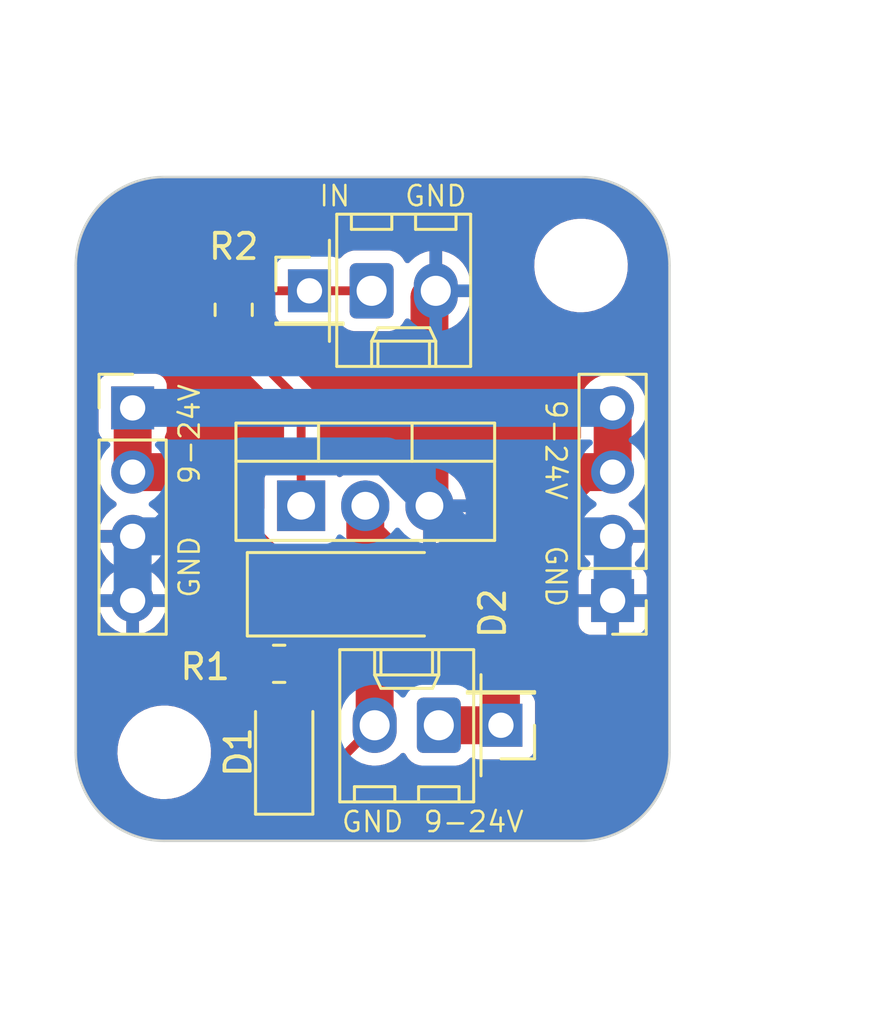
<source format=kicad_pcb>
(kicad_pcb (version 20221018) (generator pcbnew)
  (layers (0 "F.Cu" signal) (31 "B.Cu" signal) (34 "B.Paste" user) (35 "F.Paste" user) (36 "B.SilkS" user "B.Silkscreen") (37 "F.SilkS" user "F.Silkscreen") (38 "B.Mask" user) (39 "F.Mask" user) (44 "Edge.Cuts" user))
  (net 0 "")
  (net 1 "Net-(D1-K)")
  (net 2 "Net-(D1-A)")
  (net 3 "12V")
  (net 4 "GND")
  (net 5 "Net-(J3-Pin_1)")
  (net 6 "Net-(Q1-G)")
  (footprint "Connector_Molex:Molex_KK-254_AE-6410-02A_1x02_P2.54mm_Vertical" (layer "F.Cu") (at 139.21 76.25)
    (fp_text reference "J3" hide)
    (fp_text value "Conn_01x02_Pin" hide)
    (fp_line (start -1.67 -2) (end -1.67 2) (stroke (width 0.12)) (layer "F.SilkS"))
    (fp_line (start -1.38 -3.03) (end -1.38 2.99) (stroke (width 0.12)) (layer "F.SilkS"))
    (fp_line (start -1.38 2.99) (end 3.92 2.99) (stroke (width 0.12)) (layer "F.SilkS"))
    (fp_line (start -0.8 -3.03) (end -0.8 -2.43) (stroke (width 0.12)) (layer "F.SilkS"))
    (fp_line (start -0.8 -2.43) (end 0.8 -2.43) (stroke (width 0.12)) (layer "F.SilkS"))
    (fp_line (start 0 1.99) (end 0.25 1.46) (stroke (width 0.12)) (layer "F.SilkS"))
    (fp_line (start 0 1.99) (end 2.54 1.99) (stroke (width 0.12)) (layer "F.SilkS"))
    (fp_line (start 0 2.99) (end 0 1.99) (stroke (width 0.12)) (layer "F.SilkS"))
    (fp_line (start 0.25 1.46) (end 2.29 1.46) (stroke (width 0.12)) (layer "F.SilkS"))
    (fp_line (start 0.25 2.99) (end 0.25 1.99) (stroke (width 0.12)) (layer "F.SilkS"))
    (fp_line (start 0.8 -2.43) (end 0.8 -3.03) (stroke (width 0.12)) (layer "F.SilkS"))
    (fp_line (start 1.74 -3.03) (end 1.74 -2.43) (stroke (width 0.12)) (layer "F.SilkS"))
    (fp_line (start 1.74 -2.43) (end 3.34 -2.43) (stroke (width 0.12)) (layer "F.SilkS"))
    (fp_line (start 2.29 1.46) (end 2.54 1.99) (stroke (width 0.12)) (layer "F.SilkS"))
    (fp_line (start 2.29 2.99) (end 2.29 1.99) (stroke (width 0.12)) (layer "F.SilkS"))
    (fp_line (start 2.54 1.99) (end 2.54 2.99) (stroke (width 0.12)) (layer "F.SilkS"))
    (fp_line (start 3.34 -2.43) (end 3.34 -3.03) (stroke (width 0.12)) (layer "F.SilkS"))
    (fp_line (start 3.92 -3.03) (end -1.38 -3.03) (stroke (width 0.12)) (layer "F.SilkS"))
    (fp_line (start 3.92 2.99) (end 3.92 -3.03) (stroke (width 0.12)) (layer "F.SilkS"))
    (pad "1" thru_hole roundrect (at 0 0) (size 1.74 2.19) (drill 1.19) (layers "*.Cu" "*.Mask") (roundrect_rratio 0.1436781609) (net 5 "Net-(J3-Pin_1)"))
    (pad "2" thru_hole oval (at 2.54 0) (size 1.74 2.19) (drill 1.19) (layers "*.Cu" "*.Mask") (net 4 "GND"))
  )
  (footprint "Connector_PinHeader_2.54mm:PinHeader_1x01_P2.54mm_Vertical" (layer "F.Cu") (at 144.33 93.43 180)
    (fp_text reference "J1" hide)
    (fp_text value "Conn_01x01_Pin" hide)
    (fp_line (start -1.33 -1.33) (end 0 -1.33) (stroke (width 0.12)) (layer "F.SilkS"))
    (fp_line (start -1.33 0) (end -1.33 -1.33) (stroke (width 0.12)) (layer "F.SilkS"))
    (fp_line (start -1.33 1.27) (end -1.33 1.33) (stroke (width 0.12)) (layer "F.SilkS"))
    (fp_line (start -1.33 1.27) (end 1.33 1.27) (stroke (width 0.12)) (layer "F.SilkS"))
    (fp_line (start -1.33 1.33) (end 1.33 1.33) (stroke (width 0.12)) (layer "F.SilkS"))
    (fp_line (start 1.33 1.27) (end 1.33 1.33) (stroke (width 0.12)) (layer "F.SilkS"))
    (pad "1" thru_hole rect (at 0 0 180) (size 1.7 1.7) (drill 1) (layers "*.Cu" "*.Mask") (net 3 "12V"))
  )
  (footprint "Connector_PinHeader_2.54mm:PinHeader_1x04_P2.54mm_Vertical" (layer "F.Cu") (at 148.75 88.5 180)
    (fp_text reference "ouput12V1" hide)
    (fp_text value "Conn_01x04_Pin" hide)
    (fp_line (start -1.33 -1.33) (end 0 -1.33) (stroke (width 0.12)) (layer "F.SilkS"))
    (fp_line (start -1.33 0) (end -1.33 -1.33) (stroke (width 0.12)) (layer "F.SilkS"))
    (fp_line (start -1.33 1.27) (end -1.33 8.95) (stroke (width 0.12)) (layer "F.SilkS"))
    (fp_line (start -1.33 1.27) (end 1.33 1.27) (stroke (width 0.12)) (layer "F.SilkS"))
    (fp_line (start -1.33 8.95) (end 1.33 8.95) (stroke (width 0.12)) (layer "F.SilkS"))
    (fp_line (start 1.33 1.27) (end 1.33 8.95) (stroke (width 0.12)) (layer "F.SilkS"))
    (pad "1" thru_hole rect (at 0 0 180) (size 1.7 1.7) (drill 1) (layers "*.Cu" "*.Mask") (net 4 "GND"))
    (pad "2" thru_hole oval (at 0 2.54 180) (size 1.7 1.7) (drill 1) (layers "*.Cu" "*.Mask") (net 4 "GND"))
    (pad "3" thru_hole oval (at 0 5.08 180) (size 1.7 1.7) (drill 1) (layers "*.Cu" "*.Mask") (net 3 "12V"))
    (pad "4" thru_hole oval (at 0 7.62 180) (size 1.7 1.7) (drill 1) (layers "*.Cu" "*.Mask") (net 3 "12V"))
  )
  (footprint "Connector_PinHeader_2.54mm:PinHeader_1x04_P2.54mm_Vertical" (layer "F.Cu") (at 129.75 80.88)
    (fp_text reference "input12V1" hide)
    (fp_text value "Conn_01x04_Pin" hide)
    (fp_line (start -1.33 -1.33) (end 0 -1.33) (stroke (width 0.12)) (layer "F.SilkS"))
    (fp_line (start -1.33 0) (end -1.33 -1.33) (stroke (width 0.12)) (layer "F.SilkS"))
    (fp_line (start -1.33 1.27) (end -1.33 8.95) (stroke (width 0.12)) (layer "F.SilkS"))
    (fp_line (start -1.33 1.27) (end 1.33 1.27) (stroke (width 0.12)) (layer "F.SilkS"))
    (fp_line (start -1.33 8.95) (end 1.33 8.95) (stroke (width 0.12)) (layer "F.SilkS"))
    (fp_line (start 1.33 1.27) (end 1.33 8.95) (stroke (width 0.12)) (layer "F.SilkS"))
    (pad "1" thru_hole rect (at 0 0) (size 1.7 1.7) (drill 1) (layers "*.Cu" "*.Mask") (net 3 "12V"))
    (pad "2" thru_hole oval (at 0 2.54) (size 1.7 1.7) (drill 1) (layers "*.Cu" "*.Mask") (net 3 "12V"))
    (pad "3" thru_hole oval (at 0 5.08) (size 1.7 1.7) (drill 1) (layers "*.Cu" "*.Mask") (net 4 "GND"))
    (pad "4" thru_hole oval (at 0 7.62) (size 1.7 1.7) (drill 1) (layers "*.Cu" "*.Mask") (net 4 "GND"))
  )
  (footprint "LED_SMD:LED_1206_3216Metric_Pad1.42x1.75mm_HandSolder" (layer "F.Cu") (at 135.75 94.4875 90)
    (fp_text reference "D1" (at 0 -1.82 90) (layer "F.SilkS"))
    (fp_text value "LED")
    (fp_line (start -2.46 -1.135) (end -2.46 1.135) (stroke (width 0.12)) (layer "F.SilkS"))
    (fp_line (start -2.46 1.135) (end 1.6 1.135) (stroke (width 0.12)) (layer "F.SilkS"))
    (fp_line (start 1.6 -1.135) (end -2.46 -1.135) (stroke (width 0.12)) (layer "F.SilkS"))
    (pad "1" smd roundrect (at -1.4875 0 90) (size 1.425 1.75) (layers "F.Cu" "F.Paste" "F.Mask") (roundrect_rratio 0.1754392982) (net 1 "Net-(D1-K)"))
    (pad "2" smd roundrect (at 1.4875 0 90) (size 1.425 1.75) (layers "F.Cu" "F.Paste" "F.Mask") (roundrect_rratio 0.1754392982) (net 2 "Net-(D1-A)"))
  )
  (footprint "Connector_PinHeader_2.54mm:PinHeader_1x01_P2.54mm_Vertical" (layer "F.Cu") (at 136.75 76.25)
    (fp_text reference "J4" hide)
    (fp_text value "Conn_01x01_Pin" hide)
    (fp_line (start -1.33 -1.33) (end 0 -1.33) (stroke (width 0.12)) (layer "F.SilkS"))
    (fp_line (start -1.33 0) (end -1.33 -1.33) (stroke (width 0.12)) (layer "F.SilkS"))
    (fp_line (start -1.33 1.27) (end -1.33 1.33) (stroke (width 0.12)) (layer "F.SilkS"))
    (fp_line (start -1.33 1.27) (end 1.33 1.27) (stroke (width 0.12)) (layer "F.SilkS"))
    (fp_line (start -1.33 1.33) (end 1.33 1.33) (stroke (width 0.12)) (layer "F.SilkS"))
    (fp_line (start 1.33 1.27) (end 1.33 1.33) (stroke (width 0.12)) (layer "F.SilkS"))
    (pad "1" thru_hole rect (at 0 0) (size 1.7 1.7) (drill 1) (layers "*.Cu" "*.Mask") (net 5 "Net-(J3-Pin_1)"))
  )
  (footprint "MountingHole:MountingHole_3.2mm_M3" (layer "F.Cu") (at 147.5 75.25)
    (fp_text reference "H1" hide)
    (fp_text value "MountingHole" hide)
    (pad "" np_thru_hole circle (at 0 0) (size 3.2 3.2) (drill 3.2) (layers "*.Cu" "*.Mask"))
  )
  (footprint "Package_TO_SOT_THT:TO-220-3_Vertical" (layer "F.Cu") (at 136.42 84.75)
    (fp_text reference "Q1" hide)
    (fp_text value "IRLB8721PBF")
    (fp_line (start -2.58 -3.27) (end -2.58 1.371) (stroke (width 0.12)) (layer "F.SilkS"))
    (fp_line (start -2.58 -3.27) (end 7.66 -3.27) (stroke (width 0.12)) (layer "F.SilkS"))
    (fp_line (start -2.58 -1.76) (end 7.66 -1.76) (stroke (width 0.12)) (layer "F.SilkS"))
    (fp_line (start -2.58 1.371) (end 7.66 1.371) (stroke (width 0.12)) (layer "F.SilkS"))
    (fp_line (start 0.69 -3.27) (end 0.69 -1.76) (stroke (width 0.12)) (layer "F.SilkS"))
    (fp_line (start 4.391 -3.27) (end 4.391 -1.76) (stroke (width 0.12)) (layer "F.SilkS"))
    (fp_line (start 7.66 -3.27) (end 7.66 1.371) (stroke (width 0.12)) (layer "F.SilkS"))
    (pad "1" thru_hole rect (at 0 0) (size 1.905 2) (drill 1.1) (layers "*.Cu" "*.Mask") (net 6 "Net-(Q1-G)"))
    (pad "2" thru_hole oval (at 2.54 0) (size 1.905 2) (drill 1.1) (layers "*.Cu" "*.Mask") (net 1 "Net-(D1-K)"))
    (pad "3" thru_hole oval (at 5.08 0) (size 1.905 2) (drill 1.1) (layers "*.Cu" "*.Mask") (net 4 "GND"))
  )
  (footprint "Resistor_SMD:R_0805_2012Metric_Pad1.20x1.40mm_HandSolder" (layer "F.Cu") (at 133.75 77 -90)
    (fp_text reference "R2" (at -2.5 0) (layer "F.SilkS"))
    (fp_text value "1k")
    (fp_line (start -0.227064 -0.735) (end 0.227064 -0.735) (stroke (width 0.12)) (layer "F.SilkS"))
    (fp_line (start -0.227064 0.735) (end 0.227064 0.735) (stroke (width 0.12)) (layer "F.SilkS"))
    (pad "1" smd roundrect (at -1 0 270) (size 1.2 1.4) (layers "F.Cu" "F.Paste" "F.Mask") (roundrect_rratio 0.2083333333) (net 5 "Net-(J3-Pin_1)"))
    (pad "2" smd roundrect (at 1 0 270) (size 1.2 1.4) (layers "F.Cu" "F.Paste" "F.Mask") (roundrect_rratio 0.2083333333) (net 6 "Net-(Q1-G)"))
  )
  (footprint "Connector_Molex:Molex_KK-254_AE-6410-02A_1x02_P2.54mm_Vertical" (layer "F.Cu") (at 141.87 93.43 180)
    (fp_text reference "J2" hide)
    (fp_text value "Conn_01x02_Pin" hide)
    (fp_line (start -1.67 -2) (end -1.67 2) (stroke (width 0.12)) (layer "F.SilkS"))
    (fp_line (start -1.38 -3.03) (end -1.38 2.99) (stroke (width 0.12)) (layer "F.SilkS"))
    (fp_line (start -1.38 2.99) (end 3.92 2.99) (stroke (width 0.12)) (layer "F.SilkS"))
    (fp_line (start -0.8 -3.03) (end -0.8 -2.43) (stroke (width 0.12)) (layer "F.SilkS"))
    (fp_line (start -0.8 -2.43) (end 0.8 -2.43) (stroke (width 0.12)) (layer "F.SilkS"))
    (fp_line (start 0 1.99) (end 0.25 1.46) (stroke (width 0.12)) (layer "F.SilkS"))
    (fp_line (start 0 1.99) (end 2.54 1.99) (stroke (width 0.12)) (layer "F.SilkS"))
    (fp_line (start 0 2.99) (end 0 1.99) (stroke (width 0.12)) (layer "F.SilkS"))
    (fp_line (start 0.25 1.46) (end 2.29 1.46) (stroke (width 0.12)) (layer "F.SilkS"))
    (fp_line (start 0.25 2.99) (end 0.25 1.99) (stroke (width 0.12)) (layer "F.SilkS"))
    (fp_line (start 0.8 -2.43) (end 0.8 -3.03) (stroke (width 0.12)) (layer "F.SilkS"))
    (fp_line (start 1.74 -3.03) (end 1.74 -2.43) (stroke (width 0.12)) (layer "F.SilkS"))
    (fp_line (start 1.74 -2.43) (end 3.34 -2.43) (stroke (width 0.12)) (layer "F.SilkS"))
    (fp_line (start 2.29 1.46) (end 2.54 1.99) (stroke (width 0.12)) (layer "F.SilkS"))
    (fp_line (start 2.29 2.99) (end 2.29 1.99) (stroke (width 0.12)) (layer "F.SilkS"))
    (fp_line (start 2.54 1.99) (end 2.54 2.99) (stroke (width 0.12)) (layer "F.SilkS"))
    (fp_line (start 3.34 -2.43) (end 3.34 -3.03) (stroke (width 0.12)) (layer "F.SilkS"))
    (fp_line (start 3.92 -3.03) (end -1.38 -3.03) (stroke (width 0.12)) (layer "F.SilkS"))
    (fp_line (start 3.92 2.99) (end 3.92 -3.03) (stroke (width 0.12)) (layer "F.SilkS"))
    (pad "1" thru_hole roundrect (at 0 0 180) (size 1.74 2.19) (drill 1.19) (layers "*.Cu" "*.Mask") (roundrect_rratio 0.1436781609) (net 3 "12V"))
    (pad "2" thru_hole oval (at 2.54 0 180) (size 1.74 2.19) (drill 1.19) (layers "*.Cu" "*.Mask") (net 1 "Net-(D1-K)"))
  )
  (footprint "Diode_SMD:D_SMA_Handsoldering" (layer "F.Cu") (at 138.8 88.25)
    (fp_text reference "D2" (at 5.2 0.75 90) (layer "F.SilkS"))
    (fp_text value "1N4001")
    (fp_line (start -4.51 -1.65) (end -4.51 1.65) (stroke (width 0.12)) (layer "F.SilkS"))
    (fp_line (start -4.51 -1.65) (end 2.5 -1.65) (stroke (width 0.12)) (layer "F.SilkS"))
    (fp_line (start -4.51 1.65) (end 2.5 1.65) (stroke (width 0.12)) (layer "F.SilkS"))
    (pad "1" smd roundrect (at -2.5 0) (size 3.5 1.8) (layers "F.Cu" "F.Paste" "F.Mask") (roundrect_rratio 0.1388888889) (net 3 "12V"))
    (pad "2" smd roundrect (at 2.5 0) (size 3.5 1.8) (layers "F.Cu" "F.Paste" "F.Mask") (roundrect_rratio 0.1388888889) (net 1 "Net-(D1-K)"))
  )
  (footprint "MountingHole:MountingHole_3.2mm_M3" (layer "F.Cu") (at 131 94.5)
    (fp_text reference "H2" hide)
    (fp_text value "MountingHole")
    (pad "" np_thru_hole circle (at 0 0) (size 3.2 3.2) (drill 3.2) (layers "*.Cu" "*.Mask"))
  )
  (footprint "Resistor_SMD:R_0805_2012Metric_Pad1.20x1.40mm_HandSolder" (layer "F.Cu") (at 135.55 91)
    (fp_text reference "R1" (at -2.93 0.12) (layer "F.SilkS"))
    (fp_text value "10k")
    (fp_line (start -0.227064 -0.735) (end 0.227064 -0.735) (stroke (width 0.12)) (layer "F.SilkS"))
    (fp_line (start -0.227064 0.735) (end 0.227064 0.735) (stroke (width 0.12)) (layer "F.SilkS"))
    (pad "1" smd roundrect (at -1 0) (size 1.2 1.4) (layers "F.Cu" "F.Paste" "F.Mask") (roundrect_rratio 0.2083333333) (net 3 "12V"))
    (pad "2" smd roundrect (at 1 0) (size 1.2 1.4) (layers "F.Cu" "F.Paste" "F.Mask") (roundrect_rratio 0.2083333333) (net 2 "Net-(D1-A)"))
  )
  (gr_arc (start 127.5 75.25) (mid 128.525126 72.775126) (end 131 71.75) (stroke (width 0.1)) (layer "Edge.Cuts"))
  (gr_arc (start 147.5 71.75) (mid 149.974874 72.775126) (end 151 75.25) (stroke (width 0.1)) (layer "Edge.Cuts"))
  (gr_line (start 131 98) (end 147.5 98) (stroke (width 0.1)) (layer "Edge.Cuts"))
  (gr_line (start 147.5 71.75) (end 131 71.75) (stroke (width 0.1)) (layer "Edge.Cuts"))
  (gr_arc (start 131 98) (mid 128.525126 96.974874) (end 127.5 94.5) (stroke (width 0.1)) (layer "Edge.Cuts"))
  (gr_arc locked (start 151 94.5) (mid 149.974874 96.974874) (end 147.5 98) (stroke (width 0.1)) (layer "Edge.Cuts"))
  (gr_line (start 151 94.5) (end 151 75.25) (stroke (width 0.1)) (layer "Edge.Cuts"))
  (gr_line (start 127.5 75.25) (end 127.5 94.5) (stroke (width 0.1)) (layer "Edge.Cuts"))
  (gr_text "9-24V" (at 132 81.92 90) (layer "F.SilkS") (effects (font (size 0.8 0.8) (thickness 0.1))))
  (gr_text "GND" (at 132 87.17 90) (layer "F.SilkS") (effects (font (size 0.8 0.8) (thickness 0.1))))
  (gr_text "9-24V" (at 146.5 82.54 -90) (layer "F.SilkS") (effects (font (size 0.8 0.8) (thickness 0.1))))
  (gr_text "9-24V" (at 143.25 97.25) (layer "F.SilkS") (effects (font (size 0.8 0.8) (thickness 0.1))))
  (gr_text "GND" (at 146.5 87.54 -90) (layer "F.SilkS") (effects (font (size 0.8 0.8) (thickness 0.1))))
  (gr_text "GND" (at 139.25 97.25) (layer "F.SilkS") (effects (font (size 0.8 0.8) (thickness 0.1))))
  (gr_text "IN" (at 137.75 72.5) (layer "F.SilkS") (effects (font (size 0.8 0.8) (thickness 0.1))))
  (gr_text "GND" (at 141.75 72.5) (layer "F.SilkS") (effects (font (size 0.8 0.8) (thickness 0.1))))
  (segment (start 135.75 95.975) (end 136.785 95.975) (width 0.35) (layer "F.Cu") (net 1))
  (segment (start 139.33 90.22) (end 139.33 93.43) (width 1.5) (layer "F.Cu") (net 1))
  (segment (start 141.3 88.25) (end 139.33 90.22) (width 1.5) (layer "F.Cu") (net 1))
  (segment (start 138.96 84.75) (end 138.96 85.91) (width 1.5) (layer "F.Cu") (net 1))
  (segment (start 136.785 95.975) (end 139.33 93.43) (width 0.35) (layer "F.Cu") (net 1))
  (segment (start 138.96 85.91) (end 141.3 88.25) (width 1.5) (layer "F.Cu") (net 1))
  (segment (start 136.55 91) (end 136.55 92.2) (width 0.35) (layer "F.Cu") (net 2))
  (segment (start 136.55 92.2) (end 135.75 93) (width 0.35) (layer "F.Cu") (net 2))
  (segment (start 144.33 86.637919) (end 144.33 93.43) (width 1.5) (layer "F.Cu") (net 3))
  (segment (start 134.55 91) (end 134.55 90) (width 0.35) (layer "F.Cu") (net 3))
  (segment (start 144.33 93.43) (end 141.87 93.43) (width 1.5) (layer "F.Cu") (net 3))
  (segment (start 147.547919 83.42) (end 144.33 86.637919) (width 1.5) (layer "F.Cu") (net 3))
  (segment (start 131.47 83.42) (end 136.3 88.25) (width 1.5) (layer "F.Cu") (net 3))
  (segment (start 129.75 80.88) (end 129.75 83.42) (width 1.5) (layer "F.Cu") (net 3))
  (segment (start 148.75 83.42) (end 147.547919 83.42) (width 1.5) (layer "F.Cu") (net 3))
  (segment (start 129.75 83.42) (end 131.47 83.42) (width 1.5) (layer "F.Cu") (net 3))
  (segment (start 141.87 93.43) (end 141.87 93.171131) (width 1.5) (layer "F.Cu") (net 3))
  (segment (start 134.55 90) (end 136.3 88.25) (width 0.35) (layer "F.Cu") (net 3))
  (segment (start 148.75 80.88) (end 148.75 83.42) (width 1.5) (layer "F.Cu") (net 3))
  (segment (start 129.75 80.88) (end 148.75 80.88) (width 1.5) (layer "B.Cu") (net 3))
  (segment (start 141.5 76.5) (end 141.75 76.25) (width 1.5) (layer "F.Cu") (net 4))
  (segment (start 141.5 84.75) (end 141.5 76.5) (width 1.5) (layer "F.Cu") (net 4))
  (segment (start 129.75 85.96) (end 130.952081 85.96) (width 1.5) (layer "B.Cu") (net 4))
  (segment (start 148.75 85.96) (end 148.75 88.5) (width 1.5) (layer "B.Cu") (net 4))
  (segment (start 139.8 82.8) (end 141.5 84.5) (width 1.5) (layer "B.Cu") (net 4))
  (segment (start 141.5 84.75) (end 142.71 85.96) (width 1.5) (layer "B.Cu") (net 4))
  (segment (start 142.71 85.96) (end 148.75 85.96) (width 1.5) (layer "B.Cu") (net 4))
  (segment (start 130.952081 85.96) (end 134.112081 82.8) (width 1.5) (layer "B.Cu") (net 4))
  (segment (start 134.112081 82.8) (end 139.8 82.8) (width 1.5) (layer "B.Cu") (net 4))
  (segment (start 129.75 88.5) (end 129.75 85.96) (width 1.5) (layer "B.Cu") (net 4))
  (segment (start 141.5 84.5) (end 141.5 84.75) (width 1.5) (layer "B.Cu") (net 4))
  (segment (start 136.75 76.25) (end 134 76.25) (width 0.35) (layer "F.Cu") (net 5))
  (segment (start 136.75 76.25) (end 139.21 76.25) (width 0.35) (layer "F.Cu") (net 5))
  (segment (start 134 76.25) (end 133.75 76) (width 0.35) (layer "F.Cu") (net 5))
  (segment (start 136.42 80.67) (end 136.42 84.75) (width 0.35) (layer "F.Cu") (net 6))
  (segment (start 133.75 78) (end 136.42 80.67) (width 0.35) (layer "F.Cu") (net 6))
  (zone (net 4) (net_name "GND") (layers "F&B.Cu") (connect_pads (clearance 0.5)) (min_thickness 0.25) (fill yes (thermal_gap 0.5) (thermal_bridge_width 0.5))
    (polygon (pts (xy 154.75 64.75) (xy 124.5 69.75) (xy 124.75 105.25) (xy 159.75 103.25)))
  )
)
</source>
